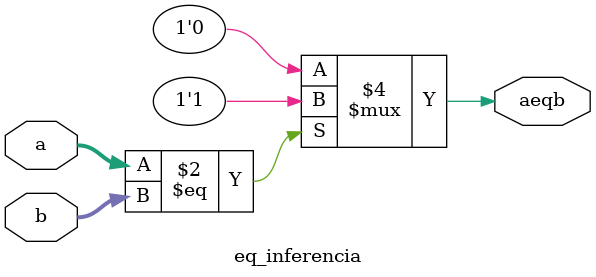
<source format=v>
`timescale 1ns / 1ps
module eq_inferencia(
	input wire [1:0] a,b,
	output reg aeqb
    );
	 
always @*
		if ( a==b)
			aeqb = 1'b 1;
		else
			aeqb = 1'b 0;

endmodule

</source>
